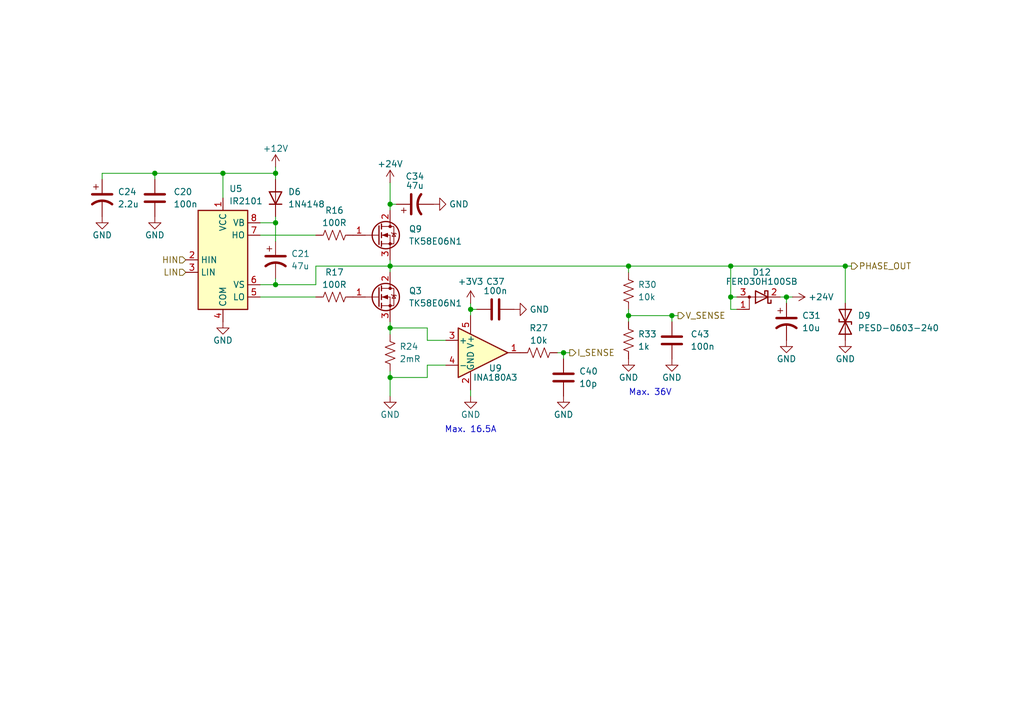
<source format=kicad_sch>
(kicad_sch (version 20231120) (generator "eeschema") (generator_version "8.0")
  (paper "A5")
  (title_block (title "Half Bridge") (company "Adrián Teixeira de Uña") (comment 1 "https://github.com/AdriTeixeHax"))
  (lib_symbols
    (symbol "Amplifier_Current:INA180A3" (pin_names (offset 0.127))
      (property "Reference" "U" (at 3.81 3.81 0))
      (property "Value" "INA180A3" (at 3.81 -2.54 0))
      (symbol "INA180A3_0_1"
        (polyline (pts (xy 5.08 0) (xy -5.08 5.08) (xy -5.08 -5.08) (xy 5.08 0)) (stroke (width 0.254)) (fill (type background)))
      )
      (symbol "INA180A3_1_1"
        (pin output line (at 7.62 0 180) (length 2.54) (name "~") (number "1"))
        (pin power_in line (at -2.54 -7.62 90) (length 3.81) (name "GND") (number "2"))
        (pin input line (at -7.62 2.54 0) (length 2.54) (name "+") (number "3"))
        (pin input line (at -7.62 -2.54 0) (length 2.54) (name "-") (number "4"))
        (pin power_in line (at -2.54 7.62 270) (length 3.81) (name "V+") (number "5"))
      )
    )
    (symbol "Device:C" (pin_numbers hide) (pin_names (offset 0.254))
      (property "Reference" "C" (at 0.635 2.54 0))
      (property "Value" "C" (at 0.635 -2.54 0))
      (symbol "C_0_1"
        (polyline (pts (xy -2.032 -0.762) (xy 2.032 -0.762)) (stroke (width 0.508)))
        (polyline (pts (xy -2.032 0.762) (xy 2.032 0.762)) (stroke (width 0.508)))
      )
      (symbol "C_1_1"
        (pin passive line (at 0 3.81 270) (length 2.794) (name "~") (number "1"))
        (pin passive line (at 0 -3.81 90) (length 2.794) (name "~") (number "2"))
      )
    )
    (symbol "Device:C_Polarized_US" (pin_numbers hide) (pin_names (offset 0.254) hide)
      (property "Reference" "C" (at 0.635 2.54 0))
      (property "Value" "C_Polarized_US" (at 0.635 -2.54 0))
      (symbol "C_Polarized_US_0_1"
        (polyline (pts (xy -2.032 0.762) (xy 2.032 0.762)) (stroke (width 0.508)))
        (polyline (pts (xy -1.778 2.286) (xy -0.762 2.286)))
        (polyline (pts (xy -1.27 1.778) (xy -1.27 2.794)))
        (arc (start 2.032 -1.27) (mid 0 -0.5572) (end -2.032 -1.27) (stroke (width 0.508)))
      )
      (symbol "C_Polarized_US_1_1"
        (pin passive line (at 0 3.81 270) (length 2.794) (name "~") (number "1"))
        (pin passive line (at 0 -3.81 90) (length 3.302) (name "~") (number "2"))
      )
    )
    (symbol "Device:D" (pin_numbers hide) (pin_names (offset 1.016) hide)
      (property "Reference" "D" (at 0 2.54 0))
      (property "Value" "D" (at 0 -2.54 0))
      (symbol "D_0_1"
        (polyline (pts (xy -1.27 1.27) (xy -1.27 -1.27)) (stroke (width 0.254)))
        (polyline (pts (xy 1.27 0) (xy -1.27 0)))
        (polyline (pts (xy 1.27 1.27) (xy 1.27 -1.27) (xy -1.27 0) (xy 1.27 1.27)) (stroke (width 0.254)))
      )
      (symbol "D_1_1"
        (pin passive line (at -3.81 0 0) (length 2.54) (name "K") (number "1"))
        (pin passive line (at 3.81 0 180) (length 2.54) (name "A") (number "2"))
      )
    )
    (symbol "Device:D_Schottky_AKA" (pin_names (offset 0) hide)
      (property "Reference" "D" (at 0 2.54 0))
      (property "Value" "D_Schottky_AKA" (at 0 -2.54 0))
      (symbol "D_Schottky_AKA_0_1"
        (polyline (pts (xy 1.27 1.27) (xy 1.27 -1.27) (xy -1.27 0) (xy 1.27 1.27)) (stroke (width 0.254)))
        (polyline (pts (xy 3.81 2.54) (xy 2.54 2.54) (xy 2.54 0) (xy -1.27 0)))
        (polyline (pts (xy -1.905 0.635) (xy -1.905 1.27) (xy -1.27 1.27) (xy -1.27 -1.27) (xy -0.635 -1.27) (xy -0.635 -0.635)) (stroke (width 0.254)))
        (circle (center 2.54 0) (radius 0.254) (fill (type outline)))
      )
      (symbol "D_Schottky_AKA_1_1"
        (pin passive line (at 5.08 2.54 180) (length 2.54) (name "A") (number "1"))
        (pin passive line (at -3.81 0 0) (length 2.54) (name "K") (number "2"))
        (pin passive line (at 5.08 0 180) (length 2.54) (name "A") (number "3"))
      )
    )
    (symbol "Device:D_TVS" (pin_numbers hide) (pin_names (offset 1.016) hide)
      (property "Reference" "D" (at 0 2.54 0))
      (property "Value" "D_TVS" (at 0 -2.54 0))
      (symbol "D_TVS_0_1"
        (polyline (pts (xy 1.27 0) (xy -1.27 0)))
        (polyline (pts (xy 0.508 1.27) (xy 0 1.27) (xy 0 -1.27) (xy -0.508 -1.27)) (stroke (width 0.254)))
        (polyline (pts (xy -2.54 1.27) (xy -2.54 -1.27) (xy 2.54 1.27) (xy 2.54 -1.27) (xy -2.54 1.27)) (stroke (width 0.254)))
      )
      (symbol "D_TVS_1_1"
        (pin passive line (at -3.81 0 0) (length 2.54) (name "A1") (number "1"))
        (pin passive line (at 3.81 0 180) (length 2.54) (name "A2") (number "2"))
      )
    )
    (symbol "Device:Q_NMOS_GDS" (pin_names (offset 0) hide)
      (property "Reference" "Q" (at 5.08 1.27 0))
      (property "Value" "Q_NMOS_GDS" (at 5.08 -1.27 0))
      (symbol "Q_NMOS_GDS_0_1"
        (polyline (pts (xy 0.254 0) (xy -2.54 0)))
        (polyline (pts (xy 0.254 1.905) (xy 0.254 -1.905)) (stroke (width 0.254)))
        (polyline (pts (xy 0.762 -1.27) (xy 0.762 -2.286)) (stroke (width 0.254)))
        (polyline (pts (xy 0.762 0.508) (xy 0.762 -0.508)) (stroke (width 0.254)))
        (polyline (pts (xy 0.762 2.286) (xy 0.762 1.27)) (stroke (width 0.254)))
        (polyline (pts (xy 2.54 2.54) (xy 2.54 1.778)))
        (polyline (pts (xy 2.54 -2.54) (xy 2.54 0) (xy 0.762 0)))
        (polyline (pts (xy 0.762 -1.778) (xy 3.302 -1.778) (xy 3.302 1.778) (xy 0.762 1.778)))
        (polyline (pts (xy 1.016 0) (xy 2.032 0.381) (xy 2.032 -0.381) (xy 1.016 0)) (fill (type outline)))
        (polyline (pts (xy 2.794 0.508) (xy 2.921 0.381) (xy 3.683 0.381) (xy 3.81 0.254)))
        (polyline (pts (xy 3.302 0.381) (xy 2.921 -0.254) (xy 3.683 -0.254) (xy 3.302 0.381)))
        (circle (center 1.651 0) (radius 2.794) (stroke (width 0.254)))
        (circle (center 2.54 -1.778) (radius 0.254) (fill (type outline)))
        (circle (center 2.54 1.778) (radius 0.254) (fill (type outline)))
      )
      (symbol "Q_NMOS_GDS_1_1"
        (pin input line (at -5.08 0 0) (length 2.54) (name "G") (number "1"))
        (pin passive line (at 2.54 5.08 270) (length 2.54) (name "D") (number "2"))
        (pin passive line (at 2.54 -5.08 90) (length 2.54) (name "S") (number "3"))
      )
    )
    (symbol "Device:R_US" (pin_numbers hide) (pin_names (offset 0))
      (property "Reference" "R" (at 2.54 0 90))
      (property "Value" "R_US" (at -2.54 0 90))
      (symbol "R_US_0_1"
        (polyline (pts (xy 0 -2.286) (xy 0 -2.54)))
        (polyline (pts (xy 0 2.286) (xy 0 2.54)))
        (polyline (pts (xy 0 -0.762) (xy 1.016 -1.143) (xy 0 -1.524) (xy -1.016 -1.905) (xy 0 -2.286)))
        (polyline (pts (xy 0 0.762) (xy 1.016 0.381) (xy 0 0) (xy -1.016 -0.381) (xy 0 -0.762)))
        (polyline (pts (xy 0 2.286) (xy 1.016 1.905) (xy 0 1.524) (xy -1.016 1.143) (xy 0 0.762)))
      )
      (symbol "R_US_1_1"
        (pin passive line (at 0 3.81 270) (length 1.27) (name "~") (number "1"))
        (pin passive line (at 0 -3.81 90) (length 1.27) (name "~") (number "2"))
      )
    )
    (symbol "Driver_FET:IR2101"
      (property "Reference" "U" (at 1.27 13.335 0))
      (property "Value" "IR2101" (at 1.27 11.43 0))
      (symbol "IR2101_0_1"
        (rectangle (start -5.08 -10.16) (end 5.08 10.16) (stroke (width 0.254)) (fill (type background)))
      )
      (symbol "IR2101_1_1"
        (pin power_in line (at 0 12.7 270) (length 2.54) (name "VCC") (number "1"))
        (pin input line (at -7.62 0 0) (length 2.54) (name "HIN") (number "2"))
        (pin input line (at -7.62 -2.54 0) (length 2.54) (name "LIN") (number "3"))
        (pin power_in line (at 0 -12.7 90) (length 2.54) (name "COM") (number "4"))
        (pin output line (at 7.62 -7.62 180) (length 2.54) (name "LO") (number "5"))
        (pin passive line (at 7.62 -5.08 180) (length 2.54) (name "VS") (number "6"))
        (pin output line (at 7.62 5.08 180) (length 2.54) (name "HO") (number "7"))
        (pin passive line (at 7.62 7.62 180) (length 2.54) (name "VB") (number "8"))
      )
    )
    (symbol "power:+12V" (power) (pin_numbers hide) (pin_names (offset 0) hide)
      (property "Value" "+12V" (at 0 3.556 0))
      (symbol "+12V_0_1"
        (polyline (pts (xy -0.762 1.27) (xy 0 2.54)))
        (polyline (pts (xy 0 0) (xy 0 2.54)))
        (polyline (pts (xy 0 2.54) (xy 0.762 1.27)))
      )
      (symbol "+12V_1_1"
        (pin power_in line (at 0 0 90) (length 0) (name "~") (number "1"))
      )
    )
    (symbol "power:+24V" (power) (pin_numbers hide) (pin_names (offset 0) hide)
      (property "Value" "+24V" (at 0 3.556 0))
      (symbol "+24V_0_1"
        (polyline (pts (xy -0.762 1.27) (xy 0 2.54)))
        (polyline (pts (xy 0 0) (xy 0 2.54)))
        (polyline (pts (xy 0 2.54) (xy 0.762 1.27)))
      )
      (symbol "+24V_1_1"
        (pin power_in line (at 0 0 90) (length 0) (name "~") (number "1"))
      )
    )
    (symbol "power:+3V3" (power) (pin_numbers hide) (pin_names (offset 0) hide)
      (property "Value" "+3V3" (at 0 3.556 0))
      (symbol "+3V3_0_1"
        (polyline (pts (xy -0.762 1.27) (xy 0 2.54)))
        (polyline (pts (xy 0 0) (xy 0 2.54)))
        (polyline (pts (xy 0 2.54) (xy 0.762 1.27)))
      )
      (symbol "+3V3_1_1"
        (pin power_in line (at 0 0 90) (length 0) (name "~") (number "1"))
      )
    )
    (symbol "power:GND" (power) (pin_names (offset 0))
      (property "Value" "GND" (at 0 -3.81 0))
      (symbol "GND_0_1"
        (polyline (pts (xy 0 0) (xy 0 -1.27) (xy 1.27 -1.27) (xy 0 -2.54) (xy -1.27 -1.27) (xy 0 -1.27)))
      )
      (symbol "GND_1_1"
        (pin power_in line (at 0 0 270) (length 0) hide (name "GND") (number "1"))
      )
    )
  )
  (junction (at 128.905 64.77))
  (junction (at 173.355 54.61))
  (junction (at 96.52 63.5))
  (junction (at 80.01 77.47))
  (junction (at 115.57 72.39))
  (junction (at 80.01 54.61))
  (junction (at 31.75 35.56))
  (junction (at 149.86 60.96))
  (junction (at 149.86 54.61))
  (junction (at 56.515 58.42))
  (junction (at 128.905 54.61))
  (junction (at 45.72 35.56))
  (junction (at 56.515 35.56))
  (junction (at 56.515 45.72))
  (junction (at 137.795 64.77))
  (junction (at 80.01 41.91))
  (junction (at 161.29 60.96))
  (junction (at 80.01 67.31))
  (wire (pts (xy 96.52 63.5) (xy 96.52 64.77)))
  (wire (pts (xy 173.355 54.61) (xy 174.625 54.61)))
  (wire (pts (xy 114.3 72.39) (xy 115.57 72.39)))
  (wire (pts (xy 173.355 54.61) (xy 173.355 62.23)))
  (wire (pts (xy 80.01 41.91) (xy 80.01 43.18)))
  (wire (pts (xy 115.57 72.39) (xy 115.57 73.66)))
  (wire (pts (xy 80.01 81.28) (xy 80.01 77.47)))
  (wire (pts (xy 137.795 64.77) (xy 137.795 66.04)))
  (wire (pts (xy 80.01 54.61) (xy 64.77 54.61)))
  (wire (pts (xy 151.13 63.5) (xy 149.86 63.5)))
  (wire (pts (xy 53.34 60.96) (xy 64.77 60.96)))
  (wire (pts (xy 80.01 37.465) (xy 80.01 41.91)))
  (wire (pts (xy 149.86 60.96) (xy 151.13 60.96)))
  (wire (pts (xy 45.72 35.56) (xy 31.75 35.56)))
  (wire (pts (xy 56.515 49.53) (xy 56.515 45.72)))
  (wire (pts (xy 56.515 58.42) (xy 56.515 57.15)))
  (wire (pts (xy 80.01 77.47) (xy 87.63 77.47)))
  (wire (pts (xy 91.44 69.85) (xy 87.63 69.85)))
  (wire (pts (xy 53.34 58.42) (xy 56.515 58.42)))
  (wire (pts (xy 80.01 54.61) (xy 128.905 54.61)))
  (wire (pts (xy 149.86 60.96) (xy 149.86 63.5)))
  (wire (pts (xy 53.34 48.26) (xy 64.77 48.26)))
  (wire (pts (xy 45.72 35.56) (xy 45.72 40.64)))
  (wire (pts (xy 56.515 35.56) (xy 45.72 35.56)))
  (wire (pts (xy 56.515 34.29) (xy 56.515 35.56)))
  (wire (pts (xy 64.77 54.61) (xy 64.77 58.42)))
  (wire (pts (xy 64.77 58.42) (xy 56.515 58.42)))
  (wire (pts (xy 87.63 69.85) (xy 87.63 67.31)))
  (wire (pts (xy 80.01 67.31) (xy 87.63 67.31)))
  (wire (pts (xy 128.905 54.61) (xy 149.86 54.61)))
  (wire (pts (xy 31.75 35.56) (xy 31.75 36.83)))
  (wire (pts (xy 91.44 74.93) (xy 87.63 74.93)))
  (wire (pts (xy 80.01 77.47) (xy 80.01 76.2)))
  (wire (pts (xy 20.955 36.83) (xy 20.955 35.56)))
  (wire (pts (xy 160.02 60.96) (xy 161.29 60.96)))
  (wire (pts (xy 128.905 63.5) (xy 128.905 64.77)))
  (wire (pts (xy 128.905 54.61) (xy 128.905 55.88)))
  (wire (pts (xy 87.63 74.93) (xy 87.63 77.47)))
  (wire (pts (xy 96.52 62.23) (xy 96.52 63.5)))
  (wire (pts (xy 137.795 64.77) (xy 139.065 64.77)))
  (wire (pts (xy 149.86 54.61) (xy 173.355 54.61)))
  (wire (pts (xy 56.515 45.72) (xy 53.34 45.72)))
  (wire (pts (xy 80.01 66.04) (xy 80.01 67.31)))
  (wire (pts (xy 149.86 54.61) (xy 149.86 60.96)))
  (wire (pts (xy 56.515 36.83) (xy 56.515 35.56)))
  (wire (pts (xy 96.52 81.28) (xy 96.52 80.01)))
  (wire (pts (xy 81.28 41.91) (xy 80.01 41.91)))
  (wire (pts (xy 97.79 63.5) (xy 96.52 63.5)))
  (wire (pts (xy 20.955 35.56) (xy 31.75 35.56)))
  (wire (pts (xy 80.01 54.61) (xy 80.01 55.88)))
  (wire (pts (xy 128.905 64.77) (xy 128.905 66.04)))
  (wire (pts (xy 80.01 68.58) (xy 80.01 67.31)))
  (wire (pts (xy 80.01 53.34) (xy 80.01 54.61)))
  (wire (pts (xy 161.29 60.96) (xy 161.29 62.23)))
  (wire (pts (xy 56.515 44.45) (xy 56.515 45.72)))
  (wire (pts (xy 128.905 64.77) (xy 137.795 64.77)))
  (wire (pts (xy 162.56 60.96) (xy 161.29 60.96)))
  (wire (pts (xy 115.57 72.39) (xy 116.84 72.39)))
  (text "Max. 36V" (at 133.35 80.645 0) (effects (font (size 1.27 1.27))))
  (text "Max. 16.5A" (at 96.52 88.265 0) (effects (font (size 1.27 1.27))))
  (hierarchical_label "LIN" (shape input) (at 38.1 55.88 180))
  (hierarchical_label "I_SENSE" (shape output) (at 116.84 72.39 0))
  (hierarchical_label "V_SENSE" (shape output) (at 139.065 64.77 0))
  (hierarchical_label "PHASE_OUT" (shape output) (at 174.625 54.61 0))
  (hierarchical_label "HIN" (shape input) (at 38.1 53.34 180))
  (symbol (lib_id "power:GND") (at 31.75 44.45 0) (unit 1)
    (property "Reference" "#PWR052" (effects (hide yes)))
    (property "Value" "GND" (at 31.75 48.26 0))
    (instances (project "TFG-Brushless-ESC" (path "" (reference "#PWR052") (unit 1)) (path "" (reference "#PWR042") (unit 1)) (path "" (reference "#PWR047") (unit 1))))
  )
  (symbol (lib_id "power:GND") (at 137.795 73.66 0) (unit 1)
    (property "Reference" "#PWR092" (effects (hide yes)))
    (property "Value" "GND" (at 137.795 77.47 0))
    (instances (project "TFG-Brushless-ESC" (path "" (reference "#PWR092") (unit 1)) (path "" (reference "#PWR090") (unit 1)) (path "" (reference "#PWR091") (unit 1))))
  )
  (symbol (lib_id "Device:C_Polarized_US") (at 20.955 40.64 0) (unit 1)
    (property "Reference" "C24" (at 24.13 39.37 0) (effects (justify left)))
    (property "Value" "2.2u" (at 24.13 41.91 0) (effects (justify left)))
    (property "Footprint" "Capacitor_THT:CP_Radial_D5.0mm_P2.00mm" (effects (hide yes)))
    (property "Sim.Device" "C" (effects (hide yes)))
    (property "Sim.Pins" "1=+ 2=-" (effects (hide yes)))
    (instances (project "TFG-Brushless-ESC" (path "" (reference "C24") (unit 1)) (path "" (reference "C22") (unit 1)) (path "" (reference "C23") (unit 1))))
  )
  (symbol (lib_id "Device:R_US") (at 68.58 60.96 90) (unit 1)
    (property "Reference" "R17" (at 68.58 55.88 90))
    (property "Value" "100R" (at 68.58 58.42 90))
    (property "Footprint" "Resistor_SMD:R_0805_2012Metric" (effects (hide yes)))
    (instances (project "TFG-Brushless-ESC" (path "" (reference "R17") (unit 1)) (path "" (reference "R13") (unit 1)) (path "" (reference "R15") (unit 1))))
  )
  (symbol (lib_id "power:+24V") (at 80.01 37.465 0) (unit 1)
    (property "Reference" "#PWR051" (effects (hide yes)))
    (property "Value" "+24V" (at 80.01 33.655 0))
    (property "Description" "Power symbol creates a global label with name \"+24V\"" (effects (hide yes)))
    (instances (project "TFG-Brushless-ESC" (path "" (reference "#PWR051") (unit 1)) (path "" (reference "#PWR041") (unit 1)) (path "" (reference "#PWR046") (unit 1))))
  )
  (symbol (lib_id "Device:Q_NMOS_GDS") (at 77.47 48.26 0) (unit 1)
    (property "Reference" "Q9" (at 83.82 46.9899 0) (effects (justify left)))
    (property "Value" "TK58E06N1" (at 83.82 49.5299 0) (effects (justify left)))
    (property "Footprint" "Package_TO_SOT_THT:TO-220-3_Vertical" (effects (hide yes)))
    (property "Datasheet" "https://toshiba.semicon-storage.com/info/TK58E06N1_datasheet_en_20140630.pdf?did=13212&prodName=TK58E06N1" (effects (hide yes)))
    (property "Description" "N-MOSFET transistor, gate/drain/source" (effects (hide yes)))
    (instances (project "" (path "" (reference "Q9") (unit 1)) (path "" (reference "Q7") (unit 1)) (path "" (reference "Q8") (unit 1))))
  )
  (symbol (lib_id "power:GND") (at 96.52 81.28 0) (unit 1)
    (property "Reference" "#PWR074" (effects (hide yes)))
    (property "Value" "GND" (at 96.52 85.09 0))
    (instances (project "TFG-Brushless-ESC" (path "" (reference "#PWR074") (unit 1)) (path "" (reference "#PWR072") (unit 1)) (path "" (reference "#PWR073") (unit 1))))
  )
  (symbol (lib_id "Device:D") (at 56.515 40.64 90) (unit 1)
    (property "Reference" "D6" (at 59.055 39.3699 90) (effects (justify right)))
    (property "Value" "1N4148" (at 59.055 41.9099 90) (effects (justify right)))
    (property "Footprint" "Diode_SMD:D_SOD-123" (effects (hide yes)))
    (property "Sim.Device" "SUBCKT" (effects (hide yes)))
    (property "Sim.Pins" "1=1 2=2" (effects (hide yes)))
    (property "Sim.Library" "D:\\dev\\RTSpeed\\simulation\\models\\1N4148.lib" (effects (hide yes)))
    (property "Sim.Name" "1N4148" (effects (hide yes)))
    (instances (project "TFG-Brushless-ESC" (path "" (reference "D6") (unit 1)) (path "" (reference "D4") (unit 1)) (path "" (reference "D5") (unit 1))))
  )
  (symbol (lib_id "Device:C_Polarized_US") (at 161.29 66.04 0) (unit 1)
    (property "Reference" "C31" (at 164.465 64.77 0) (effects (justify left)))
    (property "Value" "10u" (at 164.465 67.31 0) (effects (justify left)))
    (property "Footprint" "Capacitor_THT:CP_Radial_D5.0mm_P2.00mm" (effects (hide yes)))
    (property "Sim.Device" "C" (effects (hide yes)))
    (property "Sim.Pins" "1=+ 2=-" (effects (hide yes)))
    (instances (project "TFG-Brushless-ESC" (path "" (reference "C31") (unit 1)) (path "" (reference "C29") (unit 1)) (path "" (reference "C30") (unit 1))))
  )
  (symbol (lib_id "power:GND") (at 20.955 44.45 0) (unit 1)
    (property "Reference" "#PWR057" (effects (hide yes)))
    (property "Value" "GND" (at 20.955 48.26 0))
    (instances (project "TFG-Brushless-ESC" (path "" (reference "#PWR057") (unit 1)) (path "" (reference "#PWR055") (unit 1)) (path "" (reference "#PWR056") (unit 1))))
  )
  (symbol (lib_id "Device:Q_NMOS_GDS") (at 77.47 60.96 0) (unit 1)
    (property "Reference" "Q3" (at 83.82 59.6899 0) (effects (justify left)))
    (property "Value" "TK58E06N1" (at 83.82 62.2299 0) (effects (justify left)))
    (property "Footprint" "Package_TO_SOT_THT:TO-220-3_Vertical" (effects (hide yes)))
    (property "Datasheet" "https://toshiba.semicon-storage.com/info/TK58E06N1_datasheet_en_20140630.pdf?did=13212&prodName=TK58E06N1" (effects (hide yes)))
    (property "Description" "N-MOSFET transistor, gate/drain/source" (effects (hide yes)))
    (instances (project "TFG-Brushless-ESC" (path "" (reference "Q3") (unit 1)) (path "" (reference "Q1") (unit 1)) (path "" (reference "Q2") (unit 1))))
  )
  (symbol (lib_id "Driver_FET:IR2101") (at 45.72 53.34 0) (unit 1)
    (property "Reference" "U5" (at 46.99 38.735 0) (effects (justify left)))
    (property "Value" "IR2101" (at 46.99 41.275 0) (effects (justify left)))
    (property "Footprint" "Package_SO:SOIC-8-1EP_3.9x4.9mm_P1.27mm_EP2.29x3mm" (effects (hide yes)))
    (property "Datasheet" "https://www.infineon.com/dgdl/ir2101.pdf?fileId=5546d462533600a4015355c7a755166c" (effects (hide yes)))
    (property "Sim.Library" "D:\\dev\\RTSpeed\\simulation\\models\\IR2101.lib" (effects (hide yes)))
    (property "Sim.Name" "IR2101" (effects (hide yes)))
    (property "Sim.Device" "SUBCKT" (effects (hide yes)))
    (property "Sim.Pins" "1=VCC 2=HIN 3=LIN 4=COM 5=LO 6=VS 7=HO 8=VB" (effects (hide yes)))
    (instances (project "TFG-Brushless-ESC" (path "" (reference "U5") (unit 1)) (path "" (reference "U3") (unit 1)) (path "" (reference "U4") (unit 1))))
  )
  (symbol (lib_id "Device:D_Schottky_AKA") (at 156.21 60.96 180) (unit 1)
    (property "Reference" "D12" (at 156.21 55.88 0))
    (property "Value" "FERD30H100SB" (at 156.21 57.785 0))
    (property "Footprint" "Package_TO_SOT_SMD:TO-252-2" (effects (hide yes)))
    (property "Description" "Schottky diode, anode on pins 1 and 3" (effects (hide yes)))
    (instances (project "" (path "" (reference "D12") (unit 1)) (path "" (reference "D10") (unit 1)) (path "" (reference "D11") (unit 1))))
  )
  (symbol (lib_id "power:GND") (at 80.01 81.28 0) (unit 1)
    (property "Reference" "#PWR054" (effects (hide yes)))
    (property "Value" "GND" (at 80.01 85.09 0))
    (instances (project "TFG-Brushless-ESC" (path "" (reference "#PWR054") (unit 1)) (path "" (reference "#PWR044") (unit 1)) (path "" (reference "#PWR049") (unit 1))))
  )
  (symbol (lib_id "power:GND") (at 105.41 63.5 90) (unit 1)
    (property "Reference" "#PWR077" (effects (hide yes)))
    (property "Value" "GND" (at 108.585 63.5 90) (effects (justify right)))
    (instances (project "TFG-Brushless-ESC" (path "" (reference "#PWR077") (unit 1)) (path "" (reference "#PWR075") (unit 1)) (path "" (reference "#PWR076") (unit 1))))
  )
  (symbol (lib_id "Device:R_US") (at 128.905 69.85 180) (unit 1)
    (property "Reference" "R33" (at 130.81 68.58 0) (effects (justify right)))
    (property "Value" "1k" (at 130.81 71.12 0) (effects (justify right)))
    (property "Footprint" "Resistor_SMD:R_0603_1608Metric" (effects (hide yes)))
    (property "Sim.Device" "R" (effects (hide yes)))
    (property "Sim.Pins" "1=+ 2=-" (effects (hide yes)))
    (instances (project "TFG-Brushless-ESC" (path "" (reference "R33") (unit 1)) (path "" (reference "R31") (unit 1)) (path "" (reference "R32") (unit 1))))
  )
  (symbol (lib_id "Device:R_US") (at 68.58 48.26 90) (unit 1)
    (property "Reference" "R16" (at 68.58 43.18 90))
    (property "Value" "100R" (at 68.58 45.72 90))
    (property "Footprint" "Resistor_SMD:R_0805_2012Metric" (effects (hide yes)))
    (property "Sim.Device" "R" (effects (hide yes)))
    (property "Sim.Pins" "1=+ 2=-" (effects (hide yes)))
    (instances (project "TFG-Brushless-ESC" (path "" (reference "R16") (unit 1)) (path "" (reference "R12") (unit 1)) (path "" (reference "R14") (unit 1))))
  )
  (symbol (lib_id "power:GND") (at 161.29 69.85 0) (unit 1)
    (property "Reference" "#PWR071" (effects (hide yes)))
    (property "Value" "GND" (at 161.29 73.66 0))
    (instances (project "TFG-Brushless-ESC" (path "" (reference "#PWR071") (unit 1)) (path "" (reference "#PWR069") (unit 1)) (path "" (reference "#PWR070") (unit 1))))
  )
  (symbol (lib_id "Device:C") (at 101.6 63.5 90) (unit 1)
    (property "Reference" "C37" (at 101.6 57.785 90))
    (property "Value" "100n" (at 101.6 59.69 90))
    (property "Footprint" "Capacitor_SMD:C_0603_1608Metric" (effects (hide yes)))
    (instances (project "TFG-Brushless-ESC" (path "" (reference "C37") (unit 1)) (path "" (reference "C35") (unit 1)) (path "" (reference "C36") (unit 1))))
  )
  (symbol (lib_id "Device:C") (at 31.75 40.64 0) (unit 1)
    (property "Reference" "C20" (at 35.56 39.3699 0) (effects (justify left)))
    (property "Value" "100n" (at 35.56 41.9099 0) (effects (justify left)))
    (property "Footprint" "Capacitor_SMD:C_0603_1608Metric" (effects (hide yes)))
    (instances (project "TFG-Brushless-ESC" (path "" (reference "C20") (unit 1)) (path "" (reference "C16") (unit 1)) (path "" (reference "C18") (unit 1))))
  )
  (symbol (lib_id "Device:R_US") (at 80.01 72.39 0) (unit 1)
    (property "Reference" "R24" (at 81.915 71.1199 0) (effects (justify left)))
    (property "Value" "2mR" (at 81.915 73.6599 0) (effects (justify left)))
    (property "Footprint" "Resistor_SMD:R_2512_6332Metric" (effects (hide yes)))
    (property "Description" "Resistor, US symbol" (effects (hide yes)))
    (instances (project "" (path "" (reference "R24") (unit 1)) (path "" (reference "R22") (unit 1)) (path "" (reference "R23") (unit 1))))
  )
  (symbol (lib_id "power:GND") (at 45.72 66.04 0) (unit 1)
    (property "Reference" "#PWR053" (effects (hide yes)))
    (property "Value" "GND" (at 45.72 69.85 0))
    (instances (project "TFG-Brushless-ESC" (path "" (reference "#PWR053") (unit 1)) (path "" (reference "#PWR043") (unit 1)) (path "" (reference "#PWR048") (unit 1))))
  )
  (symbol (lib_id "Device:R_US") (at 110.49 72.39 90) (unit 1)
    (property "Reference" "R27" (at 110.49 67.31 90))
    (property "Value" "10k" (at 110.49 69.85 90))
    (property "Footprint" "Resistor_SMD:R_0603_1608Metric" (effects (hide yes)))
    (property "Sim.Device" "R" (effects (hide yes)))
    (property "Sim.Pins" "1=+ 2=-" (effects (hide yes)))
    (instances (project "TFG-Brushless-ESC" (path "" (reference "R27") (unit 1)) (path "" (reference "R25") (unit 1)) (path "" (reference "R26") (unit 1))))
  )
  (symbol (lib_id "power:GND") (at 115.57 81.28 0) (unit 1)
    (property "Reference" "#PWR083" (effects (hide yes)))
    (property "Value" "GND" (at 115.57 85.09 0))
    (instances (project "TFG-Brushless-ESC" (path "" (reference "#PWR083") (unit 1)) (path "" (reference "#PWR081") (unit 1)) (path "" (reference "#PWR082") (unit 1))))
  )
  (symbol (lib_id "Device:R_US") (at 128.905 59.69 180) (unit 1)
    (property "Reference" "R30" (at 130.81 58.42 0) (effects (justify right)))
    (property "Value" "10k" (at 130.81 60.96 0) (effects (justify right)))
    (property "Footprint" "Resistor_SMD:R_0603_1608Metric" (effects (hide yes)))
    (property "Sim.Device" "R" (effects (hide yes)))
    (property "Sim.Pins" "1=+ 2=-" (effects (hide yes)))
    (instances (project "TFG-Brushless-ESC" (path "" (reference "R30") (unit 1)) (path "" (reference "R28") (unit 1)) (path "" (reference "R29") (unit 1))))
  )
  (symbol (lib_id "power:GND") (at 128.905 73.66 0) (unit 1)
    (property "Reference" "#PWR089" (effects (hide yes)))
    (property "Value" "GND" (at 128.905 77.47 0))
    (instances (project "TFG-Brushless-ESC" (path "" (reference "#PWR089") (unit 1)) (path "" (reference "#PWR087") (unit 1)) (path "" (reference "#PWR088") (unit 1))))
  )
  (symbol (lib_id "power:GND") (at 88.9 41.91 90) (unit 1)
    (property "Reference" "#PWR068" (effects (hide yes)))
    (property "Value" "GND" (at 92.075 41.91 90) (effects (justify right)))
    (instances (project "TFG-Brushless-ESC" (path "" (reference "#PWR068") (unit 1)) (path "" (reference "#PWR066") (unit 1)) (path "" (reference "#PWR067") (unit 1))))
  )
  (symbol (lib_id "Device:D_TVS") (at 173.355 66.04 90) (unit 1)
    (property "Reference" "D9" (at 175.895 64.7699 90) (effects (justify right)))
    (property "Value" "PESD-0603-240" (at 175.895 67.3099 90) (effects (justify right)))
    (property "Footprint" "Diode_SMD:D_0603_1608Metric" (effects (hide yes)))
    (property "Description" "Bidirectional transient-voltage-suppression diode" (effects (hide yes)))
    (instances (project "" (path "" (reference "D9") (unit 1)) (path "" (reference "D7") (unit 1)) (path "" (reference "D8") (unit 1))))
  )
  (symbol (lib_id "power:+24V") (at 162.56 60.96 270) (unit 1)
    (property "Reference" "#PWR065" (effects (hide yes)))
    (property "Value" "+24V" (at 165.735 60.96 90) (effects (justify left)))
    (property "Description" "Power symbol creates a global label with name \"+24V\"" (effects (hide yes)))
    (instances (project "TFG-Brushless-ESC" (path "" (reference "#PWR065") (unit 1)) (path "" (reference "#PWR023") (unit 1)) (path "" (reference "#PWR025") (unit 1))))
  )
  (symbol (lib_id "power:GND") (at 173.355 69.85 0) (unit 1)
    (property "Reference" "#PWR086" (effects (hide yes)))
    (property "Value" "GND" (at 173.355 73.66 0))
    (instances (project "TFG-Brushless-ESC" (path "" (reference "#PWR086") (unit 1)) (path "" (reference "#PWR084") (unit 1)) (path "" (reference "#PWR085") (unit 1))))
  )
  (symbol (lib_id "Amplifier_Current:INA180A3") (at 99.06 72.39 0) (unit 1)
    (property "Reference" "U9" (at 101.6 75.565 0))
    (property "Value" "INA180A3" (at 101.6 77.47 0))
    (property "Footprint" "Package_TO_SOT_SMD:SOT-23-5" (effects (hide yes)))
    (property "Datasheet" "http://www.ti.com/lit/ds/symlink/ina180.pdf" (effects (hide yes)))
    (property "Description" "Current Sense Amplifier, 1 Circuit, Rail-to-Rail, 26V, Gain 100 V/V, SOT-23-5" (effects (hide yes)))
    (instances (project "" (path "" (reference "U9") (unit 1)) (path "" (reference "U7") (unit 1)) (path "" (reference "U8") (unit 1))))
  )
  (symbol (lib_id "power:+3V3") (at 96.52 62.23 0) (unit 1)
    (property "Reference" "#PWR080" (effects (hide yes)))
    (property "Value" "+3V3" (at 96.52 57.785 0))
    (property "Description" "Power symbol creates a global label with name \"+3V3\"" (effects (hide yes)))
    (instances (project "" (path "" (reference "#PWR080") (unit 1)) (path "" (reference "#PWR078") (unit 1)) (path "" (reference "#PWR079") (unit 1))))
  )
  (symbol (lib_id "Device:C_Polarized_US") (at 56.515 53.34 0) (unit 1)
    (property "Reference" "C21" (at 59.69 52.07 0) (effects (justify left)))
    (property "Value" "47u" (at 59.69 54.61 0) (effects (justify left)))
    (property "Footprint" "Capacitor_THT:CP_Radial_D5.0mm_P2.00mm" (effects (hide yes)))
    (property "Sim.Device" "C" (effects (hide yes)))
    (property "Sim.Pins" "1=+ 2=-" (effects (hide yes)))
    (instances (project "TFG-Brushless-ESC" (path "" (reference "C21") (unit 1)) (path "" (reference "C17") (unit 1)) (path "" (reference "C19") (unit 1))))
  )
  (symbol (lib_id "Device:C_Polarized_US") (at 85.09 41.91 90) (unit 1)
    (property "Reference" "C34" (at 85.09 36.195 90))
    (property "Value" "47u" (at 85.09 38.1 90))
    (property "Footprint" "Capacitor_THT:CP_Radial_D5.0mm_P2.00mm" (effects (hide yes)))
    (property "Sim.Device" "C" (effects (hide yes)))
    (property "Sim.Pins" "1=+ 2=-" (effects (hide yes)))
    (instances (project "TFG-Brushless-ESC" (path "" (reference "C34") (unit 1)) (path "" (reference "C32") (unit 1)) (path "" (reference "C33") (unit 1))))
  )
  (symbol (lib_id "Device:C") (at 115.57 77.47 180) (unit 1)
    (property "Reference" "C40" (at 118.745 76.2 0) (effects (justify right)))
    (property "Value" "10p" (at 118.745 78.74 0) (effects (justify right)))
    (property "Footprint" "Capacitor_SMD:C_0603_1608Metric" (effects (hide yes)))
    (instances (project "TFG-Brushless-ESC" (path "" (reference "C40") (unit 1)) (path "" (reference "C38") (unit 1)) (path "" (reference "C39") (unit 1))))
  )
  (symbol (lib_id "Device:C") (at 137.795 69.85 0) (unit 1)
    (property "Reference" "C43" (at 141.605 68.5799 0) (effects (justify left)))
    (property "Value" "100n" (at 141.605 71.1199 0) (effects (justify left)))
    (property "Footprint" "Capacitor_SMD:C_0603_1608Metric" (effects (hide yes)))
    (instances (project "TFG-Brushless-ESC" (path "" (reference "C43") (unit 1)) (path "" (reference "C41") (unit 1)) (path "" (reference "C42") (unit 1))))
  )
  (symbol (lib_id "power:+12V") (at 56.515 34.29 0) (unit 1)
    (property "Reference" "#PWR050" (effects (hide yes)))
    (property "Value" "+12V" (at 56.515 30.48 0))
    (property "Description" "Power symbol creates a global label with name \"+12V\"" (effects (hide yes)))
    (instances (project "TFG-Brushless-ESC" (path "" (reference "#PWR050") (unit 1)) (path "" (reference "#PWR040") (unit 1)) (path "" (reference "#PWR045") (unit 1))))
  )
)
</source>
